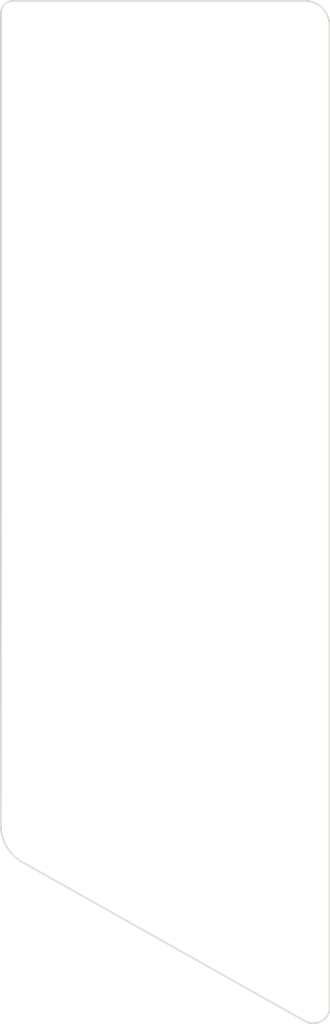
<source format=kicad_pcb>
(kicad_pcb (version 20211014) (generator pcbnew)
  (layers (0 "F.Cu" signal) (31 "B.Cu" signal) (34 "B.Paste" user) (35 "F.Paste" user) (36 "B.SilkS" user "B.Silkscreen") (37 "F.SilkS" user "F.Silkscreen") (38 "B.Mask" user) (39 "F.Mask" user) (44 "Edge.Cuts" user))
  (net 0 "")
  (footprint "kbd:thread_m2" (layer "F.Cu") (at 187.5 109)
    (fp_text reference "H6" hide)
    (fp_text value "MountingHole" hide)
    (pad "" np_thru_hole circle locked (at 0 0) (size 2.3 2.3) (drill 2.3) (layers *.Cu *.Mask))
  )
  (footprint "kbd:thread_m2" (layer "F.Cu") (at 200.5 116.25)
    (fp_text reference "H7" hide)
    (fp_text value "MountingHole" hide)
    (pad "" np_thru_hole circle locked (at 0 0) (size 2.3 2.3) (drill 2.3) (layers *.Cu *.Mask))
  )
  (gr_line (start 183.4 89.45) (end 183.39232 108.4) (layer "Edge.Cuts") (width 0.1))
  (gr_line (start 202 120.381937) (end 184.600001 110.599999) (layer "Edge.Cuts") (width 0.1))
  (gr_line (start 183.4 89.45) (end 183.4 58.75) (layer "Edge.Cuts") (width 0.1))
  (gr_arc (start 202 58) (mid 203.06066 58.43934) (end 203.5 59.5) (layer "Edge.Cuts") (width 0.1))
  (gr_line (start 203.5 119.75) (end 203.5 59.5) (layer "Edge.Cuts") (width 0.1))
  (gr_arc (start 183.4 58.75) (mid 183.61967 58.21967) (end 184.15 58) (layer "Edge.Cuts") (width 0.1))
  (gr_line (start 184.15 58) (end 202 58) (layer "Edge.Cuts") (width 0.1))
  (gr_arc (start 184.600001 110.599999) (mid 183.714093 109.654839) (end 183.39232 108.4) (layer "Edge.Cuts") (width 0.1))
  (gr_arc (start 203.5 119.75) (mid 202.906106 120.436511) (end 202 120.381937) (layer "Edge.Cuts") (width 0.1))
)
</source>
